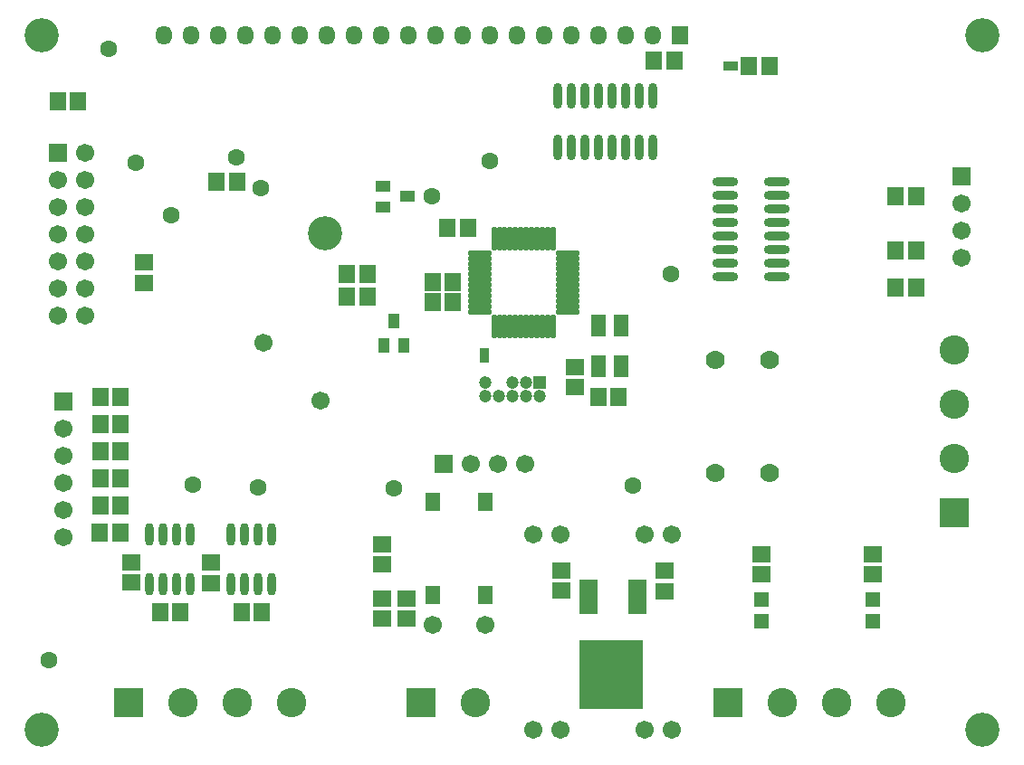
<source format=gts>
G04 Layer_Color=8388736*
%FSLAX23Y23*%
%MOIN*%
G70*
G01*
G75*
%ADD60R,0.059X0.067*%
%ADD61R,0.036X0.028*%
%ADD62R,0.067X0.059*%
%ADD63R,0.055X0.039*%
%ADD64R,0.055X0.079*%
%ADD65R,0.055X0.055*%
%ADD66R,0.055X0.068*%
%ADD67R,0.039X0.055*%
%ADD68O,0.032X0.083*%
%ADD69O,0.091X0.020*%
%ADD70O,0.020X0.091*%
%ADD71R,0.236X0.252*%
%ADD72R,0.071X0.126*%
%ADD73O,0.095X0.032*%
%ADD74O,0.032X0.095*%
%ADD75R,0.028X0.036*%
%ADD76R,0.020X0.014*%
%ADD77C,0.063*%
%ADD78C,0.067*%
%ADD79R,0.067X0.067*%
%ADD80C,0.070*%
%ADD81C,0.047*%
%ADD82R,0.047X0.047*%
%ADD83C,0.108*%
%ADD84R,0.108X0.108*%
%ADD85R,0.108X0.108*%
%ADD86C,0.067*%
%ADD87R,0.067X0.067*%
%ADD88O,0.059X0.071*%
%ADD89R,0.059X0.071*%
%ADD90C,0.126*%
D60*
X-1013Y740D02*
D03*
X-1087D02*
D03*
X597Y1185D02*
D03*
X523D02*
D03*
X318Y-55D02*
D03*
X392D02*
D03*
X1487Y350D02*
D03*
X1413D02*
D03*
X-293Y370D02*
D03*
X-218D02*
D03*
X-1672Y1035D02*
D03*
X-1598D02*
D03*
X-293Y295D02*
D03*
X-218D02*
D03*
X-238Y571D02*
D03*
X-163D02*
D03*
X1487Y486D02*
D03*
X1413D02*
D03*
X-1443Y-555D02*
D03*
X-1517D02*
D03*
X-1515Y-55D02*
D03*
X-1440D02*
D03*
X-1515Y-155D02*
D03*
X-1440D02*
D03*
X-1515Y-255D02*
D03*
X-1440D02*
D03*
X-1515Y-355D02*
D03*
X-1440D02*
D03*
X-1515Y-455D02*
D03*
X-1440D02*
D03*
X-921Y-848D02*
D03*
X-996D02*
D03*
X-1221D02*
D03*
X-1296D02*
D03*
X1487Y686D02*
D03*
X1413D02*
D03*
X-607Y316D02*
D03*
X-533D02*
D03*
X-607Y401D02*
D03*
X-533D02*
D03*
X873Y1165D02*
D03*
X947D02*
D03*
D61*
X-100Y88D02*
D03*
Y112D02*
D03*
D62*
X-479Y-597D02*
D03*
Y-671D02*
D03*
X-389Y-871D02*
D03*
Y-797D02*
D03*
X1330Y-707D02*
D03*
Y-633D02*
D03*
X920Y-707D02*
D03*
Y-633D02*
D03*
X232Y57D02*
D03*
Y-17D02*
D03*
X-1109Y-665D02*
D03*
Y-740D02*
D03*
X-1400Y-663D02*
D03*
Y-737D02*
D03*
X181Y-767D02*
D03*
Y-693D02*
D03*
X561Y-770D02*
D03*
Y-695D02*
D03*
X-479Y-797D02*
D03*
Y-871D02*
D03*
X-1355Y368D02*
D03*
Y442D02*
D03*
D63*
X-385Y685D02*
D03*
X-475Y648D02*
D03*
Y722D02*
D03*
D64*
X403Y210D02*
D03*
X317D02*
D03*
Y60D02*
D03*
X403D02*
D03*
D65*
X920Y-881D02*
D03*
Y-799D02*
D03*
X1330D02*
D03*
Y-881D02*
D03*
D66*
X-293Y-440D02*
D03*
X-97D02*
D03*
Y-784D02*
D03*
X-293D02*
D03*
D67*
X-435Y225D02*
D03*
X-398Y135D02*
D03*
X-472D02*
D03*
D68*
X-1184Y-560D02*
D03*
X-1234D02*
D03*
X-1284D02*
D03*
X-1334D02*
D03*
X-1184Y-745D02*
D03*
X-1234D02*
D03*
X-1284D02*
D03*
X-1334D02*
D03*
X-1034D02*
D03*
X-984D02*
D03*
X-934D02*
D03*
X-884D02*
D03*
X-1034Y-560D02*
D03*
X-984D02*
D03*
X-934D02*
D03*
X-884D02*
D03*
D69*
X-119Y478D02*
D03*
Y458D02*
D03*
Y438D02*
D03*
Y419D02*
D03*
Y399D02*
D03*
Y379D02*
D03*
Y360D02*
D03*
Y340D02*
D03*
Y320D02*
D03*
Y301D02*
D03*
Y281D02*
D03*
Y261D02*
D03*
X204D02*
D03*
Y281D02*
D03*
Y301D02*
D03*
Y320D02*
D03*
Y340D02*
D03*
Y360D02*
D03*
Y379D02*
D03*
Y399D02*
D03*
Y419D02*
D03*
Y438D02*
D03*
Y458D02*
D03*
Y478D02*
D03*
D70*
X-66Y208D02*
D03*
X-46D02*
D03*
X-27D02*
D03*
X-7D02*
D03*
X13D02*
D03*
X32D02*
D03*
X52D02*
D03*
X72D02*
D03*
X92D02*
D03*
X111D02*
D03*
X131D02*
D03*
X151D02*
D03*
Y531D02*
D03*
X131D02*
D03*
X111D02*
D03*
X92D02*
D03*
X72D02*
D03*
X52D02*
D03*
X32D02*
D03*
X13D02*
D03*
X-7D02*
D03*
X-27D02*
D03*
X-46D02*
D03*
X-66D02*
D03*
D71*
X366Y-1076D02*
D03*
D72*
X461Y-789D02*
D03*
X281D02*
D03*
D73*
X786Y740D02*
D03*
Y690D02*
D03*
Y640D02*
D03*
Y590D02*
D03*
Y540D02*
D03*
Y490D02*
D03*
Y440D02*
D03*
Y390D02*
D03*
X974Y740D02*
D03*
Y690D02*
D03*
Y640D02*
D03*
Y590D02*
D03*
Y540D02*
D03*
Y490D02*
D03*
Y440D02*
D03*
Y390D02*
D03*
D74*
X169Y868D02*
D03*
X219D02*
D03*
X269D02*
D03*
X319D02*
D03*
X369D02*
D03*
X419D02*
D03*
X469D02*
D03*
X519D02*
D03*
X169Y1057D02*
D03*
X219D02*
D03*
X269D02*
D03*
X319D02*
D03*
X369D02*
D03*
X419D02*
D03*
X469D02*
D03*
X519D02*
D03*
D75*
X793Y1165D02*
D03*
X817D02*
D03*
D76*
X805Y1165D02*
D03*
D77*
X-83Y815D02*
D03*
X-925Y715D02*
D03*
X-1015Y830D02*
D03*
X-295Y685D02*
D03*
X585Y399D02*
D03*
X-1705Y-1025D02*
D03*
X-1485Y1230D02*
D03*
X-435Y-390D02*
D03*
X445Y-380D02*
D03*
X-1175Y-378D02*
D03*
X-1385Y810D02*
D03*
X-1255Y615D02*
D03*
X-934Y-388D02*
D03*
D78*
X-97Y-895D02*
D03*
X-293D02*
D03*
X488Y-1280D02*
D03*
X78D02*
D03*
X488Y-560D02*
D03*
X78D02*
D03*
X178D02*
D03*
X588D02*
D03*
X178Y-1280D02*
D03*
X588D02*
D03*
X-1650Y-170D02*
D03*
Y-270D02*
D03*
Y-370D02*
D03*
Y-470D02*
D03*
Y-570D02*
D03*
X-916Y146D02*
D03*
X-704Y-66D02*
D03*
X1655Y460D02*
D03*
Y560D02*
D03*
Y660D02*
D03*
X-1570Y845D02*
D03*
X-1670Y745D02*
D03*
X-1570D02*
D03*
X-1670Y645D02*
D03*
X-1570D02*
D03*
X-1670Y545D02*
D03*
X-1570D02*
D03*
Y445D02*
D03*
X-1670D02*
D03*
X50Y-300D02*
D03*
X-50D02*
D03*
X-150D02*
D03*
D79*
X-1650Y-70D02*
D03*
X1655Y760D02*
D03*
X-1670Y845D02*
D03*
D80*
X750Y-333D02*
D03*
X950D02*
D03*
X750Y82D02*
D03*
X950D02*
D03*
D81*
X-98Y-50D02*
D03*
Y-0D02*
D03*
X-48Y-50D02*
D03*
X2D02*
D03*
Y-0D02*
D03*
X52Y-50D02*
D03*
Y-0D02*
D03*
X102Y-50D02*
D03*
D82*
Y-0D02*
D03*
D83*
X-810Y-1180D02*
D03*
X-1010D02*
D03*
X-1210D02*
D03*
X1630Y120D02*
D03*
Y-80D02*
D03*
Y-280D02*
D03*
X995Y-1180D02*
D03*
X1195D02*
D03*
X1395D02*
D03*
X-135D02*
D03*
D84*
X-1410D02*
D03*
X795D02*
D03*
X-335D02*
D03*
D85*
X1630Y-480D02*
D03*
D86*
X-1570Y245D02*
D03*
X-1670D02*
D03*
Y345D02*
D03*
X-1570D02*
D03*
D87*
X-250Y-300D02*
D03*
D88*
X-1280Y1280D02*
D03*
X-1180D02*
D03*
X-1080D02*
D03*
X-980D02*
D03*
X-880D02*
D03*
X-780D02*
D03*
X-580D02*
D03*
X-480D02*
D03*
X-380D02*
D03*
X-280D02*
D03*
X-180D02*
D03*
X-80D02*
D03*
X20D02*
D03*
X120D02*
D03*
X220D02*
D03*
X320D02*
D03*
X420D02*
D03*
X520D02*
D03*
X-680D02*
D03*
D89*
X619D02*
D03*
D90*
X-1732D02*
D03*
X1732D02*
D03*
Y-1280D02*
D03*
X-1732D02*
D03*
X-689Y551D02*
D03*
M02*

</source>
